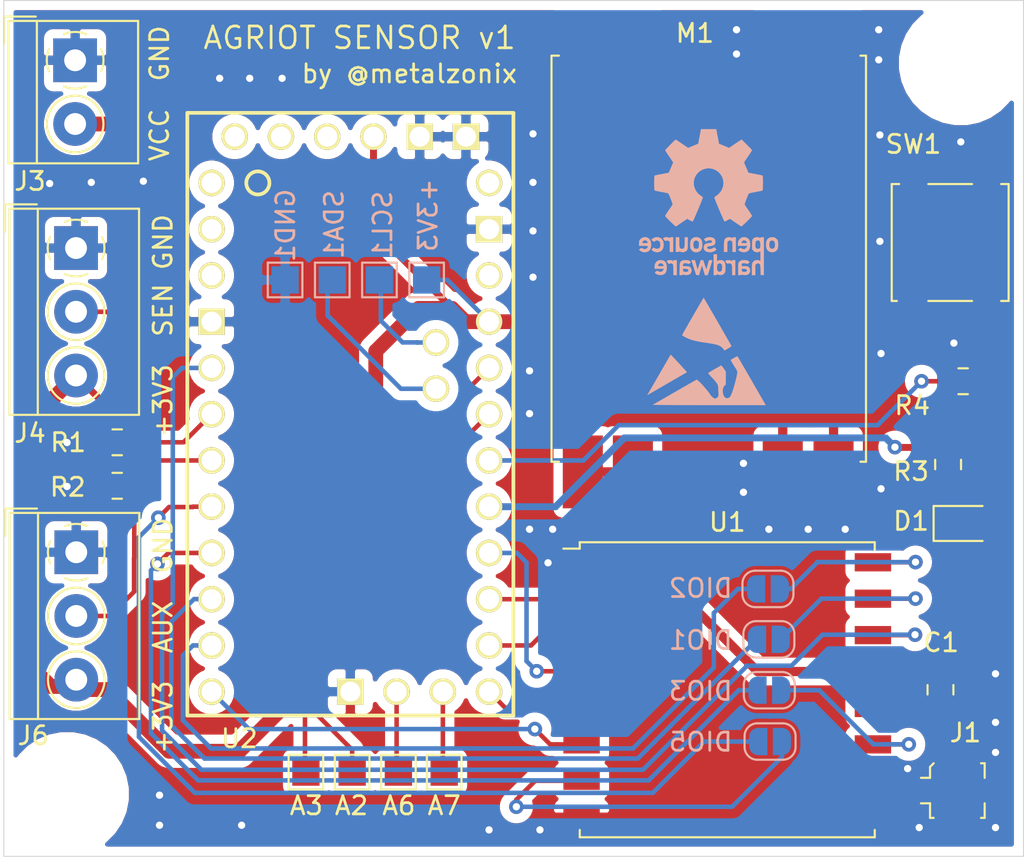
<source format=kicad_pcb>
(kicad_pcb (version 20171130) (host pcbnew 5.1.4-e60b266~84~ubuntu18.04.1)
  (layers (0 F.Cu signal) (31 B.Cu signal) (34 B.Paste user hide) (35 F.Paste user hide) (36 B.SilkS user) (37 F.SilkS user) (38 B.Mask user) (39 F.Mask user) (44 Edge.Cuts user))
  (net 0 "")
  (net 1 +3V3)
  (net 2 GND)
  (net 3 RX)
  (net 4 TX)
  (net 5 DTR)
  (net 6 "Net-(U1-Pad12)")
  (net 7 RFM95_RST)
  (net 8 RFM95_NSS)
  (net 9 SPI_SCK)
  (net 10 SPI_MOSI)
  (net 11 SPI_MISO)
  (net 12 "Net-(U2-Pad24)")
  (net 13 "Net-(U2-Pad22)")
  (net 14 "Net-(U2-Pad3)")
  (net 15 "Net-(U2-Pad2)")
  (net 16 "Net-(U2-Pad1)")
  (net 17 RFM95_DIO1)
  (net 18 RFM95_DIO5)
  (net 19 RFM95_DIO3)
  (net 20 RFM95_DIO2)
  (net 21 RFM95_DIO0)
  (net 22 "Net-(J1-Pad1)")
  (net 23 +12V)
  (net 24 SENSOR_DATA)
  (net 25 I2C_SCL)
  (net 26 I2C_SDA)
  (net 27 SENSOR_AUX)
  (net 28 SWITCH_CFG)
  (net 29 LED)
  (net 30 A2)
  (net 31 A3)
  (net 32 A6)
  (net 33 A7)
  (net 34 "Net-(D1-Pad1)")
  (net 35 "Net-(DIO1-Pad1)")
  (net 36 "Net-(DIO2-Pad1)")
  (net 37 "Net-(DIO3-Pad1)")
  (net 38 "Net-(DIO5-Pad1)")
  (module Symbol:ESD-Logo_6.6x6mm_SilkScreen (layer B.Cu) (at 124.587 48.26 180)
    (fp_text reference REF** hide)
    (fp_text value ESD-Logo_6.6x6mm_SilkScreen hide)
  )
  (module Symbol:OSHW-Logo_7.5x8mm_SilkScreen (layer B.Cu) (at 124.714 40.0685 180)
    (fp_text reference REF** hide)
    (fp_text value OSHW-Logo_7.5x8mm_SilkScreen hide)
  )
  (module MountingHole:MountingHole_3.2mm_M3 (layer F.Cu) (at 89.4715 72.5805)
    (fp_text reference H2 hide)
    (fp_text value MountingHole)
    (pad 1 np_thru_hole circle (at 0 0) (size 3.2 3.2) (drill 3.2) (layers *.Cu *.Mask))
  )
  (module MountingHole:MountingHole_3.2mm_M3 (layer F.Cu) (at 138.557 32.4485)
    (fp_text reference H1 hide)
    (fp_text value MountingHole)
    (pad 1 np_thru_hole circle (at 0 0) (size 3.2 3.2) (drill 3.2) (layers *.Cu *.Mask))
  )
  (module LED_SMD:LED_0805_2012Metric (layer F.Cu) (at 138.7475 57.7215)
    (fp_text reference D1 (at -2.921 -0.127 180) (layer F.SilkS))
    (fp_text value LED)
    (pad 2 smd roundrect (at 0.9375 0) (size 0.975 1.4) (layers F.Cu F.Paste F.Mask) (net 1 +3V3))
    (pad 1 smd roundrect (at -0.9375 0) (size 0.975 1.4) (layers F.Cu F.Paste F.Mask) (net 34 "Net-(D1-Pad1)"))
  )
  (module library:DC-DC_Buck_Step_Module (layer F.Cu) (at 133.1976 32.0294 270)
    (fp_text reference M1 (at -1.2319 9.2456 180) (layer F.SilkS))
    (fp_text value DC-DC_Buck_Step_Module)
    (pad 2 smd rect (at 22.86 15.4 270) (size 4 2.2) (layers F.Cu F.Paste F.Mask) (net 1 +3V3))
    (pad 2 smd rect (at 22.86 12.65 270) (size 4 2.2) (layers F.Cu F.Paste F.Mask) (net 1 +3V3))
    (pad 3 smd rect (at 22.86 4.42 270) (size 4 2.2) (layers F.Cu F.Paste F.Mask) (net 2 GND))
    (pad 3 smd rect (at 22.86 1.63 270) (size 4 2.2) (layers F.Cu F.Paste F.Mask) (net 2 GND))
    (pad 1 smd rect (at 0 15.4 270) (size 4 2.2) (layers F.Cu F.Paste F.Mask) (net 23 +12V))
    (pad 1 smd rect (at 0 12.65 270) (size 4 2.2) (layers F.Cu F.Paste F.Mask) (net 23 +12V))
    (pad 3 smd rect (at 0 4.42 270) (size 4 2.2) (layers F.Cu F.Paste F.Mask) (net 2 GND))
    (pad 3 smd rect (at 0 1.63 270) (size 4 2.2) (layers F.Cu F.Paste F.Mask) (net 2 GND))
  )
  (module TestPoint:TestPoint_Pad_1.5x1.5mm (layer F.Cu) (at 110.1852 71.374)
    (fp_text reference A7 (at 0 1.8415) (layer F.SilkS))
    (fp_text value GND)
    (pad 1 smd rect (at 0 0) (size 1.5 1.5) (layers F.Cu F.Mask) (net 33 A7))
  )
  (module TestPoint:TestPoint_Pad_1.5x1.5mm (layer F.Cu) (at 107.6706 71.374)
    (fp_text reference A6 (at 0.0254 1.8415) (layer F.SilkS))
    (fp_text value SDA)
    (pad 1 smd rect (at 0 0) (size 1.5 1.5) (layers F.Cu F.Mask) (net 32 A6))
  )
  (module TestPoint:TestPoint_Pad_1.5x1.5mm (layer F.Cu) (at 102.5906 71.374)
    (fp_text reference A3 (at 0.0254 1.8415) (layer F.SilkS))
    (fp_text value SCL)
    (pad 1 smd rect (at 0 0) (size 1.5 1.5) (layers F.Cu F.Mask) (net 31 A3))
  )
  (module TestPoint:TestPoint_Pad_1.5x1.5mm (layer F.Cu) (at 105.1306 71.374)
    (fp_text reference A2 (at -0.0381 1.8415) (layer F.SilkS))
    (fp_text value +3v3)
    (pad 1 smd rect (at 0 0) (size 1.5 1.5) (layers F.Cu F.Mask) (net 30 A2))
  )
  (module Resistor_SMD:R_0805_2012Metric (layer F.Cu) (at 137.8585 54.483 90)
    (fp_text reference R3 (at -0.381 -2.032 180) (layer F.SilkS))
    (fp_text value 2.2kR)
    (pad 2 smd roundrect (at 0.9375 0 90) (size 0.975 1.4) (layers F.Cu F.Paste F.Mask) (net 29 LED))
    (pad 1 smd roundrect (at -0.9375 0 90) (size 0.975 1.4) (layers F.Cu F.Paste F.Mask) (net 34 "Net-(D1-Pad1)"))
  )
  (module TestPoint:TestPoint_Pad_1.5x1.5mm (layer B.Cu) (at 101.4476 44.3484 270)
    (fp_text reference GND1 (at -2.9972 -0.0254 270) (layer B.SilkS) (effects (justify mirror)))
    (fp_text value GND)
    (pad 1 smd rect (at 0 0 270) (size 1.5 1.5) (layers B.Cu B.Mask) (net 2 GND))
  )
  (module TestPoint:TestPoint_Pad_1.5x1.5mm (layer B.Cu) (at 104.0384 44.3484 270)
    (fp_text reference SDA1 (at -3.048 -0.1016 270) (layer B.SilkS) (effects (justify mirror)))
    (fp_text value SDA)
    (pad 1 smd rect (at 0 0 270) (size 1.5 1.5) (layers B.Cu B.Mask) (net 26 I2C_SDA))
  )
  (module TestPoint:TestPoint_Pad_1.5x1.5mm (layer B.Cu) (at 106.6292 44.3484 270)
    (fp_text reference SCL1 (at -3.0226 -0.1778 270) (layer B.SilkS) (effects (justify mirror)))
    (fp_text value SCL)
    (pad 1 smd rect (at 0 0 270) (size 1.5 1.5) (layers B.Cu B.Mask) (net 25 I2C_SCL))
  )
  (module TestPoint:TestPoint_Pad_1.5x1.5mm (layer B.Cu) (at 109.22 44.3484 90)
    (fp_text reference +3V3 (at 3.556 0.0762 270) (layer B.SilkS) (effects (justify mirror)))
    (fp_text value +3v3)
    (pad 1 smd rect (at 0 0 90) (size 1.5 1.5) (layers B.Cu B.Mask) (net 1 +3V3))
  )
  (module Button_Switch_SMD:SW_Push_1P1T_NO_CK_KSC6xxJ (layer F.Cu) (at 137.9728 42.291 270)
    (fp_text reference SW1 (at -5.3975 2.0193 180) (layer F.SilkS))
    (fp_text value SW_DIP_x01)
    (pad 2 smd rect (at 2.9 2 270) (size 2.8 1) (layers F.Cu F.Paste F.Mask) (net 2 GND))
    (pad 2 smd rect (at -2.9 2 270) (size 2.8 1) (layers F.Cu F.Paste F.Mask) (net 2 GND))
    (pad 1 smd rect (at 2.9 -2 270) (size 2.8 1) (layers F.Cu F.Paste F.Mask) (net 28 SWITCH_CFG))
    (pad 1 smd rect (at -2.9 -2 270) (size 2.8 1) (layers F.Cu F.Paste F.Mask) (net 28 SWITCH_CFG))
  )
  (module Resistor_SMD:R_0805_2012Metric (layer F.Cu) (at 138.684 49.911 180)
    (fp_text reference R4 (at 2.794 -1.3335 180) (layer F.SilkS))
    (fp_text value 4.7k)
    (pad 2 smd roundrect (at 0.9375 0 180) (size 0.975 1.4) (layers F.Cu F.Paste F.Mask) (net 28 SWITCH_CFG))
    (pad 1 smd roundrect (at -0.9375 0 180) (size 0.975 1.4) (layers F.Cu F.Paste F.Mask) (net 1 +3V3))
  )
  (module TerminalBlock_4Ucon:TerminalBlock_4Ucon_1x03_P3.50mm_Horizontal (layer F.Cu) (at 89.9795 59.3015 270)
    (fp_text reference J6 (at 10.0711 2.3622 180) (layer F.SilkS))
    (fp_text value Screw_Terminal_01x03)
    (pad 3 thru_hole circle (at 7 0 270) (size 2.4 2.4) (drill 1.2) (layers *.Cu *.Mask) (net 1 +3V3))
    (pad 2 thru_hole circle (at 3.5 0 270) (size 2.4 2.4) (drill 1.2) (layers *.Cu *.Mask) (net 27 SENSOR_AUX))
    (pad 1 thru_hole rect (at 0 0 270) (size 2.4 2.4) (drill 1.2) (layers *.Cu *.Mask) (net 2 GND))
  )
  (module Resistor_SMD:R_0805_2012Metric (layer F.Cu) (at 92.2274 55.6514)
    (fp_text reference R2 (at -2.7178 0.0762 180) (layer F.SilkS))
    (fp_text value 4.7k)
    (pad 2 smd roundrect (at 0.9375 0) (size 0.975 1.4) (layers F.Cu F.Paste F.Mask) (net 27 SENSOR_AUX))
    (pad 1 smd roundrect (at -0.9375 0) (size 0.975 1.4) (layers F.Cu F.Paste F.Mask) (net 1 +3V3))
  )
  (module Resistor_SMD:R_0805_2012Metric (layer F.Cu) (at 92.2274 53.2638)
    (fp_text reference R1 (at -2.6924 0.0127) (layer F.SilkS))
    (fp_text value 4.7k)
    (pad 2 smd roundrect (at 0.9375 0) (size 0.975 1.4) (layers F.Cu F.Paste F.Mask) (net 24 SENSOR_DATA))
    (pad 1 smd roundrect (at -0.9375 0) (size 0.975 1.4) (layers F.Cu F.Paste F.Mask) (net 1 +3V3))
  )
  (module TerminalBlock_4Ucon:TerminalBlock_4Ucon_1x03_P3.50mm_Horizontal (layer F.Cu) (at 89.9668 42.5958 270)
    (fp_text reference J4 (at 10.1727 2.5273 180) (layer F.SilkS))
    (fp_text value Screw_Terminal_01x03 hide)
    (pad 3 thru_hole circle (at 7 0 270) (size 2.4 2.4) (drill 1.2) (layers *.Cu *.Mask) (net 1 +3V3))
    (pad 2 thru_hole circle (at 3.5 0 270) (size 2.4 2.4) (drill 1.2) (layers *.Cu *.Mask) (net 24 SENSOR_DATA))
    (pad 1 thru_hole rect (at 0 0 270) (size 2.4 2.4) (drill 1.2) (layers *.Cu *.Mask) (net 2 GND))
  )
  (module TerminalBlock_4Ucon:TerminalBlock_4Ucon_1x02_P3.50mm_Horizontal (layer F.Cu) (at 89.916 32.2834 270)
    (fp_text reference J3 (at 6.6421 2.4765 180) (layer F.SilkS))
    (fp_text value Screw_Terminal_01x02 hide)
    (pad 2 thru_hole circle (at 3.5 0 270) (size 2.4 2.4) (drill 1.2) (layers *.Cu *.Mask) (net 23 +12V))
    (pad 1 thru_hole rect (at 0 0 270) (size 2.4 2.4) (drill 1.2) (layers *.Cu *.Mask) (net 2 GND))
  )
  (module arduino_shields:ARDUINO_Pro-MiniALLB_Aliexpress (layer F.Cu) (at 105.0317 51.7198)
    (fp_text reference U2 (at -6.0987 17.8127 180) (layer F.SilkS))
    (fp_text value ARDUINO_Pro-MiniALL hide)
    (pad 25 thru_hole rect (at 0 15.24) (size 1.45 1.45) (drill 1.1) (layers *.Cu *.Mask F.SilkS) (net 2 GND))
    (pad PRG6 thru_hole rect (at 6.35 -15.24) (size 1.45 1.45) (drill 1.1) (layers *.Cu *.Mask F.SilkS) (net 2 GND))
    (pad PRG5 thru_hole rect (at 3.81 -15.24) (size 1.45 1.45) (drill 1.1) (layers *.Cu *.Mask F.SilkS) (net 2 GND))
    (pad PRG4 thru_hole circle (at 1.27 -15.24) (size 1.45 1.45) (drill 1.1) (layers *.Cu *.Mask F.SilkS) (net 1 +3V3))
    (pad PRG3 thru_hole circle (at -1.27 -15.24) (size 1.45 1.45) (drill 1.1) (layers *.Cu *.Mask F.SilkS) (net 3 RX))
    (pad PRG2 thru_hole circle (at -3.81 -15.24) (size 1.45 1.45) (drill 1.1) (layers *.Cu *.Mask F.SilkS) (net 4 TX))
    (pad PRG1 thru_hole circle (at -6.35 -15.24) (size 1.45 1.45) (drill 1.1) (layers *.Cu *.Mask F.SilkS) (net 5 DTR))
    (pad A7 thru_hole circle (at 5.08 15.24) (size 1.45 1.45) (drill 1.1) (layers *.Cu *.Mask F.SilkS) (net 33 A7))
    (pad A6 thru_hole circle (at 2.54 15.24) (size 1.45 1.45) (drill 1.1) (layers *.Cu *.Mask F.SilkS) (net 32 A6))
    (pad A5 thru_hole circle (at 4.699 -3.937) (size 1.45 1.45) (drill 1.1) (layers *.Cu *.Mask F.SilkS) (net 25 I2C_SCL))
    (pad A4 thru_hole circle (at 4.699 -1.397) (size 1.45 1.45) (drill 1.1) (layers *.Cu *.Mask F.SilkS) (net 26 I2C_SDA))
    (pad 24 thru_hole circle (at 7.62 -12.7) (size 1.45 1.45) (drill 1.1) (layers *.Cu *.Mask F.SilkS) (net 12 "Net-(U2-Pad24)"))
    (pad 23 thru_hole rect (at 7.62 -10.16) (size 1.45 1.45) (drill 1.1) (layers *.Cu *.Mask F.SilkS) (net 2 GND))
    (pad 22 thru_hole circle (at 7.62 -7.62) (size 1.45 1.45) (drill 1.1) (layers *.Cu *.Mask F.SilkS) (net 13 "Net-(U2-Pad22)"))
    (pad 21 thru_hole circle (at 7.62 -5.08) (size 1.45 1.45) (drill 1.1) (layers *.Cu *.Mask F.SilkS) (net 1 +3V3))
    (pad 20 thru_hole circle (at 7.62 -2.54) (size 1.45 1.45) (drill 1.1) (layers *.Cu *.Mask F.SilkS) (net 31 A3))
    (pad 19 thru_hole circle (at 7.62 0) (size 1.45 1.45) (drill 1.1) (layers *.Cu *.Mask F.SilkS) (net 30 A2))
    (pad 18 thru_hole circle (at 7.62 2.54) (size 1.45 1.45) (drill 1.1) (layers *.Cu *.Mask F.SilkS) (net 28 SWITCH_CFG))
    (pad 17 thru_hole circle (at 7.62 5.08) (size 1.45 1.45) (drill 1.1) (layers *.Cu *.Mask F.SilkS) (net 29 LED))
    (pad 16 thru_hole circle (at 7.62 7.62) (size 1.45 1.45) (drill 1.1) (layers *.Cu *.Mask F.SilkS) (net 9 SPI_SCK))
    (pad 15 thru_hole circle (at 7.62 10.16) (size 1.45 1.45) (drill 1.1) (layers *.Cu *.Mask F.SilkS) (net 11 SPI_MISO))
    (pad 14 thru_hole circle (at 7.62 12.7) (size 1.45 1.45) (drill 1.1) (layers *.Cu *.Mask F.SilkS) (net 10 SPI_MOSI))
    (pad 13 thru_hole circle (at 7.62 15.24) (size 1.45 1.45) (drill 1.1) (layers *.Cu *.Mask F.SilkS) (net 8 RFM95_NSS))
    (pad 12 thru_hole circle (at -7.62 15.24) (size 1.45 1.45) (drill 1.1) (layers *.Cu *.Mask F.SilkS) (net 7 RFM95_RST))
    (pad 11 thru_hole circle (at -7.62 12.7) (size 1.45 1.45) (drill 1.1) (layers *.Cu *.Mask F.SilkS) (net 20 RFM95_DIO2))
    (pad 10 thru_hole circle (at -7.62 10.16) (size 1.45 1.45) (drill 1.1) (layers *.Cu *.Mask F.SilkS) (net 17 RFM95_DIO1))
    (pad 9 thru_hole circle (at -7.62 7.62) (size 1.45 1.45) (drill 1.1) (layers *.Cu *.Mask F.SilkS) (net 19 RFM95_DIO3))
    (pad 8 thru_hole circle (at -7.62 5.08) (size 1.45 1.45) (drill 1.1) (layers *.Cu *.Mask F.SilkS) (net 18 RFM95_DIO5))
    (pad 7 thru_hole circle (at -7.62 2.54) (size 1.45 1.45) (drill 1.1) (layers *.Cu *.Mask F.SilkS) (net 27 SENSOR_AUX))
    (pad 6 thru_hole circle (at -7.62 0) (size 1.45 1.45) (drill 1.1) (layers *.Cu *.Mask F.SilkS) (net 24 SENSOR_DATA))
    (pad 5 thru_hole circle (at -7.62 -2.54) (size 1.45 1.45) (drill 1.1) (layers *.Cu *.Mask F.SilkS) (net 21 RFM95_DIO0))
    (pad 4 thru_hole rect (at -7.62 -5.08) (size 1.45 1.45) (drill 1.1) (layers *.Cu *.Mask F.SilkS) (net 2 GND))
    (pad 3 thru_hole circle (at -7.62 -7.62) (size 1.45 1.45) (drill 1.1) (layers *.Cu *.Mask F.SilkS) (net 14 "Net-(U2-Pad3)"))
    (pad 2 thru_hole circle (at -7.62 -10.16) (size 1.45 1.45) (drill 1.1) (layers *.Cu *.Mask F.SilkS) (net 15 "Net-(U2-Pad2)"))
    (pad 1 thru_hole circle (at -7.62 -12.7) (size 1.45 1.45) (drill 1.1) (layers *.Cu *.Mask F.SilkS) (net 16 "Net-(U2-Pad1)"))
  )
  (module Jumper:SolderJumper-2_P1.3mm_Open_RoundedPad1.0x1.5mm (layer B.Cu) (at 127.9652 61.3156 180)
    (fp_text reference DIO2 (at 3.6957 0.0381) (layer B.SilkS) (effects (justify mirror)))
    (fp_text value SolderJumper_2_Open hide)
    (pad 2 smd custom (at 0.65 0 180) (size 1 0.5) (layers B.Cu B.Mask) (net 20 RFM95_DIO2) (options (clearance outline) (anchor rect)) (primitives (gr_circle (center 0 -0.25) (end 0.5 -0.25) (width 0)) (gr_circle (center 0 0.25) (end 0.5 0.25) (width 0)) (gr_poly (pts (xy 0 0.75) (xy -0.5 0.75) (xy -0.5 -0.75) (xy 0 -0.75)) (width 0))))
    (pad 1 smd custom (at -0.65 0 180) (size 1 0.5) (layers B.Cu B.Mask) (net 36 "Net-(DIO2-Pad1)") (options (clearance outline) (anchor rect)) (primitives (gr_circle (center 0 -0.25) (end 0.5 -0.25) (width 0)) (gr_circle (center 0 0.25) (end 0.5 0.25) (width 0)) (gr_poly (pts (xy 0 0.75) (xy 0.5 0.75) (xy 0.5 -0.75) (xy 0 -0.75)) (width 0))))
  )
  (module Jumper:SolderJumper-2_P1.3mm_Open_RoundedPad1.0x1.5mm (layer B.Cu) (at 128.0414 66.8782 180)
    (fp_text reference DIO3 (at 3.7719 -0.0508) (layer B.SilkS) (effects (justify mirror)))
    (fp_text value SolderJumper_2_Open hide)
    (pad 2 smd custom (at 0.65 0 180) (size 1 0.5) (layers B.Cu B.Mask) (net 19 RFM95_DIO3) (options (clearance outline) (anchor rect)) (primitives (gr_circle (center 0 -0.25) (end 0.5 -0.25) (width 0)) (gr_circle (center 0 0.25) (end 0.5 0.25) (width 0)) (gr_poly (pts (xy 0 0.75) (xy -0.5 0.75) (xy -0.5 -0.75) (xy 0 -0.75)) (width 0))))
    (pad 1 smd custom (at -0.65 0 180) (size 1 0.5) (layers B.Cu B.Mask) (net 37 "Net-(DIO3-Pad1)") (options (clearance outline) (anchor rect)) (primitives (gr_circle (center 0 -0.25) (end 0.5 -0.25) (width 0)) (gr_circle (center 0 0.25) (end 0.5 0.25) (width 0)) (gr_poly (pts (xy 0 0.75) (xy 0.5 0.75) (xy 0.5 -0.75) (xy 0 -0.75)) (width 0))))
  )
  (module Jumper:SolderJumper-2_P1.3mm_Open_RoundedPad1.0x1.5mm (layer B.Cu) (at 128.0818 69.6976 180)
    (fp_text reference DIO5 (at 3.8123 -0.0254) (layer B.SilkS) (effects (justify mirror)))
    (fp_text value SolderJumper_2_Open hide)
    (pad 2 smd custom (at 0.65 0 180) (size 1 0.5) (layers B.Cu B.Mask) (net 18 RFM95_DIO5) (options (clearance outline) (anchor rect)) (primitives (gr_circle (center 0 -0.25) (end 0.5 -0.25) (width 0)) (gr_circle (center 0 0.25) (end 0.5 0.25) (width 0)) (gr_poly (pts (xy 0 0.75) (xy -0.5 0.75) (xy -0.5 -0.75) (xy 0 -0.75)) (width 0))))
    (pad 1 smd custom (at -0.65 0 180) (size 1 0.5) (layers B.Cu B.Mask) (net 38 "Net-(DIO5-Pad1)") (options (clearance outline) (anchor rect)) (primitives (gr_circle (center 0 -0.25) (end 0.5 -0.25) (width 0)) (gr_circle (center 0 0.25) (end 0.5 0.25) (width 0)) (gr_poly (pts (xy 0 0.75) (xy 0.5 0.75) (xy 0.5 -0.75) (xy 0 -0.75)) (width 0))))
  )
  (module Connector_Coaxial:U.FL_Molex_MCRF_73412-0110_Vertical (layer F.Cu) (at 138.3665 72.39 270)
    (fp_text reference J1 (at -3.175 -0.4445 180) (layer F.SilkS))
    (fp_text value Conn_Coaxial hide)
    (pad 1 smd rect (at 0 1.5 270) (size 1 1) (layers F.Cu F.Paste F.Mask) (net 22 "Net-(J1-Pad1)"))
    (pad 2 smd rect (at 0 -1.5 270) (size 1 1) (layers F.Cu F.Paste F.Mask) (net 2 GND))
    (pad 2 smd rect (at 1.475 0 270) (size 1.05 2.2) (layers F.Cu F.Paste F.Mask) (net 2 GND))
    (pad 2 smd rect (at -1.475 0 270) (size 1.05 2.2) (layers F.Cu F.Paste F.Mask) (net 2 GND))
  )
  (module RF_Module:HOPERF_RFM9XW_SMD (layer F.Cu) (at 125.73 66.8528)
    (fp_text reference U1 (at 0 -9.2) (layer F.SilkS))
    (fp_text value RFM95W-868S2)
    (pad 16 smd rect (at 8 -7) (size 2 1) (layers F.Cu F.Paste F.Mask) (net 36 "Net-(DIO2-Pad1)"))
    (pad 15 smd rect (at 8 -5) (size 2 1) (layers F.Cu F.Paste F.Mask) (net 35 "Net-(DIO1-Pad1)"))
    (pad 14 smd rect (at 8 -3) (size 2 1) (layers F.Cu F.Paste F.Mask) (net 21 RFM95_DIO0))
    (pad 13 smd rect (at 8 -1) (size 2 1) (layers F.Cu F.Paste F.Mask) (net 1 +3V3))
    (pad 12 smd rect (at 8 1) (size 2 1) (layers F.Cu F.Paste F.Mask) (net 6 "Net-(U1-Pad12)"))
    (pad 11 smd rect (at 8 3) (size 2 1) (layers F.Cu F.Paste F.Mask) (net 37 "Net-(DIO3-Pad1)"))
    (pad 10 smd rect (at 8 5) (size 2 1) (layers F.Cu F.Paste F.Mask) (net 2 GND))
    (pad 9 smd rect (at 8 7) (size 2 1) (layers F.Cu F.Paste F.Mask) (net 22 "Net-(J1-Pad1)"))
    (pad 8 smd rect (at -8 7) (size 2 1) (layers F.Cu F.Paste F.Mask) (net 2 GND))
    (pad 7 smd rect (at -8 5) (size 2 1) (layers F.Cu F.Paste F.Mask) (net 38 "Net-(DIO5-Pad1)"))
    (pad 6 smd rect (at -8 3) (size 2 1) (layers F.Cu F.Paste F.Mask) (net 7 RFM95_RST))
    (pad 5 smd rect (at -8 1) (size 2 1) (layers F.Cu F.Paste F.Mask) (net 8 RFM95_NSS))
    (pad 4 smd rect (at -8 -1) (size 2 1) (layers F.Cu F.Paste F.Mask) (net 9 SPI_SCK))
    (pad 3 smd rect (at -8 -3) (size 2 1) (layers F.Cu F.Paste F.Mask) (net 10 SPI_MOSI))
    (pad 2 smd rect (at -8 -5) (size 2 1) (layers F.Cu F.Paste F.Mask) (net 11 SPI_MISO))
    (pad 1 smd rect (at -8 -7) (size 2 1) (layers F.Cu F.Paste F.Mask) (net 2 GND))
  )
  (module Jumper:SolderJumper-2_P1.3mm_Open_RoundedPad1.0x1.5mm (layer B.Cu) (at 128.016 64.0842 180)
    (fp_text reference DIO1 (at 3.7465 -0.0508) (layer B.SilkS) (effects (justify mirror)))
    (fp_text value SolderJumper_2_Open hide)
    (pad 2 smd custom (at 0.65 0 180) (size 1 0.5) (layers B.Cu B.Mask) (net 17 RFM95_DIO1) (options (clearance outline) (anchor rect)) (primitives (gr_circle (center 0 -0.25) (end 0.5 -0.25) (width 0)) (gr_circle (center 0 0.25) (end 0.5 0.25) (width 0)) (gr_poly (pts (xy 0 0.75) (xy -0.5 0.75) (xy -0.5 -0.75) (xy 0 -0.75)) (width 0))))
    (pad 1 smd custom (at -0.65 0 180) (size 1 0.5) (layers B.Cu B.Mask) (net 35 "Net-(DIO1-Pad1)") (options (clearance outline) (anchor rect)) (primitives (gr_circle (center 0 -0.25) (end 0.5 -0.25) (width 0)) (gr_circle (center 0 0.25) (end 0.5 0.25) (width 0)) (gr_poly (pts (xy 0 0.75) (xy 0.5 0.75) (xy 0.5 -0.75) (xy 0 -0.75)) (width 0))))
  )
  (module Capacitor_SMD:C_0805_2012Metric (layer F.Cu) (at 137.4394 66.8528 90)
    (fp_text reference C1 (at 2.5908 0.0381 180) (layer F.SilkS))
    (fp_text value 4.7uF/6.3v)
    (pad 2 smd roundrect (at 0.9375 0 90) (size 0.975 1.4) (layers F.Cu F.Paste F.Mask) (net 1 +3V3))
    (pad 1 smd roundrect (at -0.9375 0 90) (size 0.975 1.4) (layers F.Cu F.Paste F.Mask) (net 2 GND))
  )
  (gr_text "by @metalzonix" (at 108.2675 33.02) (layer F.SilkS) (effects (font (size 1 1))))
  (gr_text "AGRIOT SENSOR v1" (at 105.537 31.0515) (layer F.SilkS) (effects (font (size 1.2 1.2))))
  (gr_text "+3V3  AUX  GND" (at 94.742 63.881 90) (layer F.SilkS) (effects (font (size 1 1))))
  (gr_text "+3V3  SEN GND" (at 94.742 46.863 90) (layer F.SilkS) (effects (font (size 1 1))))
  (gr_text "VCC  GND" (at 94.5515 34.0995 90) (layer F.SilkS) (effects (font (size 1 1))))
  (gr_line (start 86 29) (end 86 76) (layer Edge.Cuts) (width 0.05))
  (gr_line (start 86 29) (end 142 29) (layer Edge.Cuts) (width 0.05))
  (gr_line (start 142 29) (end 142 76) (layer Edge.Cuts) (width 0.05))
  (gr_line (start 86 76) (end 142 76) (layer Edge.Cuts) (width 0.05))
  (segment (start 110.3603 44.3484) (end 109.6264 44.3484) (width 0.25) (layer B.Cu) (net 1))
  (segment (start 112.6517 46.6398) (end 110.3603 44.3484) (width 0.25) (layer B.Cu) (net 1))
  (segment (start 106.3244 36.4571) (end 106.3017 36.4798) (width 0.25) (layer F.Cu) (net 1))
  (segment (start 120.5476 59.0034) (end 120.5476 54.8894) (width 0.508) (layer F.Cu) (net 1))
  (segment (start 120.5476 54.8894) (end 117.7976 54.8894) (width 0.508) (layer F.Cu) (net 1))
  (segment (start 101.346 67.818) (end 98.933 70.231) (width 0.8128) (layer F.Cu) (net 1))
  (segment (start 112.6517 46.6398) (end 115.6643 46.6398) (width 0.8128) (layer F.Cu) (net 1))
  (segment (start 117.7976 48.7731) (end 117.7976 54.8894) (width 0.8128) (layer F.Cu) (net 1))
  (segment (start 115.6643 46.6398) (end 117.7976 48.7731) (width 0.8128) (layer F.Cu) (net 1))
  (segment (start 89.8248 66.675) (end 89.9922 66.8424) (width 0.8128) (layer F.Cu) (net 1))
  (segment (start 88.5825 66.675) (end 89.8248 66.675) (width 0.8128) (layer F.Cu) (net 1))
  (segment (start 87.3125 65.405) (end 88.5825 66.675) (width 0.8128) (layer F.Cu) (net 1))
  (segment (start 89.9668 49.5958) (end 87.3125 52.2501) (width 0.8128) (layer F.Cu) (net 1))
  (segment (start 87.3125 52.2501) (end 87.3125 65.405) (width 0.8128) (layer F.Cu) (net 1))
  (segment (start 101.346 59.055) (end 101.346 67.818) (width 0.8128) (layer F.Cu) (net 1))
  (segment (start 106.426 48.26) (end 106.426 53.975) (width 0.8128) (layer F.Cu) (net 1))
  (segment (start 112.6517 46.6398) (end 111.3463 46.6398) (width 0.8128) (layer F.Cu) (net 1))
  (segment (start 106.426 53.975) (end 101.346 59.055) (width 0.8128) (layer F.Cu) (net 1))
  (segment (start 110.617 45.9105) (end 108.7755 45.9105) (width 0.8128) (layer F.Cu) (net 1))
  (segment (start 111.3463 46.6398) (end 110.617 45.9105) (width 0.8128) (layer F.Cu) (net 1))
  (segment (start 108.7755 45.9105) (end 106.426 48.26) (width 0.8128) (layer F.Cu) (net 1))
  (segment (start 133.73 65.8528) (end 127.397 65.8528) (width 0.508) (layer F.Cu) (net 1))
  (segment (start 127.397 65.8528) (end 120.5476 59.0034) (width 0.508) (layer F.Cu) (net 1))
  (segment (start 91.2899 55.6514) (end 91.2899 53.2638) (width 0.381) (layer F.Cu) (net 1))
  (segment (start 91.2899 50.9189) (end 89.9668 49.5958) (width 0.381) (layer F.Cu) (net 1))
  (segment (start 91.2899 53.2638) (end 91.2899 50.9189) (width 0.381) (layer F.Cu) (net 1))
  (segment (start 137.3769 65.8528) (end 137.4394 65.9153) (width 0.381) (layer F.Cu) (net 1))
  (segment (start 133.73 65.8528) (end 137.3769 65.8528) (width 0.381) (layer F.Cu) (net 1))
  (segment (start 139.685 63.642) (end 139.685 49.9745) (width 0.381) (layer F.Cu) (net 1))
  (segment (start 139.685 49.9745) (end 139.6215 49.911) (width 0.381) (layer F.Cu) (net 1))
  (segment (start 137.4394 65.9153) (end 138.4935 64.8612) (width 0.381) (layer F.Cu) (net 1))
  (segment (start 138.4935 64.8335) (end 139.685 63.642) (width 0.381) (layer F.Cu) (net 1))
  (segment (start 138.4935 64.8612) (end 138.4935 64.8335) (width 0.381) (layer F.Cu) (net 1))
  (segment (start 106.3017 41.5952) (end 111.3463 46.6398) (width 0.381) (layer F.Cu) (net 1))
  (segment (start 106.3017 36.4798) (end 106.3017 41.5952) (width 0.381) (layer F.Cu) (net 1))
  (segment (start 95.077856 70.231) (end 98.933 70.231) (width 0.8128) (layer F.Cu) (net 1))
  (segment (start 91.689256 66.8424) (end 95.077856 70.231) (width 0.8128) (layer F.Cu) (net 1))
  (segment (start 89.9922 66.8424) (end 91.689256 66.8424) (width 0.8128) (layer F.Cu) (net 1))
  (segment (start 111.4044 36.4571) (end 111.3817 36.4798) (width 0.25) (layer F.Cu) (net 2))
  (segment (start 108.8644 36.4571) (end 108.8417 36.4798) (width 0.25) (layer F.Cu) (net 2))
  (via (at 136.271 74.422) (size 0.8) (drill 0.4) (layers F.Cu B.Cu) (net 2))
  (via (at 140.462 70.2945) (size 0.8) (drill 0.4) (layers F.Cu B.Cu) (net 2))
  (via (at 140.462 65.9765) (size 0.8) (drill 0.4) (layers F.Cu B.Cu) (net 2))
  (via (at 128.016 58.039) (size 0.8) (drill 0.4) (layers F.Cu B.Cu) (net 2))
  (via (at 130.175 58.039) (size 0.8) (drill 0.4) (layers F.Cu B.Cu) (net 2))
  (via (at 132.207 58.039) (size 0.8) (drill 0.4) (layers F.Cu B.Cu) (net 2))
  (via (at 134.1755 55.8165) (size 0.8) (drill 0.4) (layers F.Cu B.Cu) (net 2))
  (via (at 89.4715 53.2765) (size 0.8) (drill 0.4) (layers F.Cu B.Cu) (net 2))
  (via (at 89.4715 55.6895) (size 0.8) (drill 0.4) (layers F.Cu B.Cu) (net 2))
  (via (at 126.238 30.607) (size 0.8) (drill 0.4) (layers F.Cu B.Cu) (net 2))
  (via (at 134.1755 48.387) (size 0.8) (drill 0.4) (layers F.Cu B.Cu) (net 2))
  (via (at 134.112 42.2275) (size 0.8) (drill 0.4) (layers F.Cu B.Cu) (net 2))
  (via (at 134.112 36.3855) (size 0.8) (drill 0.4) (layers F.Cu B.Cu) (net 2))
  (via (at 115.062 41.656) (size 0.8) (drill 0.4) (layers F.Cu B.Cu) (net 2))
  (via (at 115.062 44.196) (size 0.8) (drill 0.4) (layers F.Cu B.Cu) (net 2))
  (via (at 115.062 38.989) (size 0.8) (drill 0.4) (layers F.Cu B.Cu) (net 2))
  (via (at 114.8715 49.3395) (size 0.8) (drill 0.4) (layers F.Cu B.Cu) (net 2))
  (via (at 114.8715 51.689) (size 0.8) (drill 0.4) (layers F.Cu B.Cu) (net 2))
  (via (at 115.062 36.322) (size 0.8) (drill 0.4) (layers F.Cu B.Cu) (net 2))
  (via (at 135.636 71.1835) (size 0.8) (drill 0.4) (layers F.Cu B.Cu) (net 2))
  (via (at 115.443 74.549) (size 0.8) (drill 0.4) (layers F.Cu B.Cu) (net 2))
  (via (at 112.649 74.549) (size 0.8) (drill 0.4) (layers F.Cu B.Cu) (net 2))
  (via (at 114.8715 58.039) (size 0.8) (drill 0.4) (layers F.Cu B.Cu) (net 2))
  (via (at 116.1415 58.039) (size 0.8) (drill 0.4) (layers F.Cu B.Cu) (net 2))
  (via (at 88.519 39.0525) (size 0.8) (drill 0.4) (layers F.Cu B.Cu) (net 2))
  (via (at 90.805 38.989) (size 0.8) (drill 0.4) (layers F.Cu B.Cu) (net 2))
  (via (at 93.6625 38.9255) (size 0.8) (drill 0.4) (layers F.Cu B.Cu) (net 2))
  (via (at 126.238 31.9405) (size 0.8) (drill 0.4) (layers F.Cu B.Cu) (net 2))
  (via (at 134.0485 30.607) (size 0.8) (drill 0.4) (layers F.Cu B.Cu) (net 2))
  (via (at 134.0485 32.258) (size 0.8) (drill 0.4) (layers F.Cu B.Cu) (net 2))
  (via (at 140.462 74.422) (size 0.8) (drill 0.4) (layers F.Cu B.Cu) (net 2))
  (via (at 140.462 68.6435) (size 0.8) (drill 0.4) (layers F.Cu B.Cu) (net 2))
  (via (at 94.5515 72.644) (size 0.8) (drill 0.4) (layers F.Cu B.Cu) (net 2))
  (via (at 94.5515 74.295) (size 0.8) (drill 0.4) (layers F.Cu B.Cu) (net 2))
  (via (at 99.06 74.295) (size 0.8) (drill 0.4) (layers F.Cu B.Cu) (net 2))
  (via (at 138.557 36.7665) (size 0.8) (drill 0.4) (layers F.Cu B.Cu) (net 2))
  (via (at 138.176 47.8155) (size 0.8) (drill 0.4) (layers F.Cu B.Cu) (net 2))
  (via (at 97.8535 33.274) (size 0.8) (drill 0.4) (layers F.Cu B.Cu) (net 2))
  (via (at 99.5045 33.274) (size 0.8) (drill 0.4) (layers F.Cu B.Cu) (net 2))
  (via (at 101.2825 33.274) (size 0.8) (drill 0.4) (layers F.Cu B.Cu) (net 2))
  (via (at 126.619 54.4195) (size 0.8) (drill 0.4) (layers F.Cu B.Cu) (net 2))
  (via (at 126.619 56.007) (size 0.8) (drill 0.4) (layers F.Cu B.Cu) (net 2))
  (via (at 115.8875 59.8805) (size 0.8) (drill 0.4) (layers F.Cu B.Cu) (net 2))
  (segment (start 103.7844 36.4571) (end 103.7617 36.4798) (width 0.25) (layer F.Cu) (net 3))
  (segment (start 101.2444 36.4571) (end 101.2217 36.4798) (width 0.25) (layer F.Cu) (net 4))
  (segment (start 98.7044 36.4571) (end 98.6817 36.4798) (width 0.25) (layer F.Cu) (net 5))
  (via (at 114.1476 73.279) (size 0.8) (drill 0.4) (layers F.Cu B.Cu) (net 38))
  (segment (start 114.713285 73.279) (end 114.1476 73.279) (width 0.25) (layer B.Cu) (net 38))
  (segment (start 116.48 71.8528) (end 117.73 71.8528) (width 0.25) (layer F.Cu) (net 38))
  (segment (start 115.185915 71.8528) (end 116.48 71.8528) (width 0.25) (layer F.Cu) (net 38))
  (segment (start 114.1476 72.891115) (end 115.185915 71.8528) (width 0.25) (layer F.Cu) (net 38))
  (segment (start 114.1476 73.4568) (end 114.1476 72.891115) (width 0.25) (layer F.Cu) (net 38))
  (segment (start 114.7445 73.279) (end 125.997992 73.279) (width 0.25) (layer B.Cu) (net 38))
  (segment (start 128.7318 70.545192) (end 128.7318 69.6976) (width 0.25) (layer B.Cu) (net 38))
  (segment (start 125.997992 73.279) (end 128.7318 70.545192) (width 0.25) (layer B.Cu) (net 38))
  (via (at 115.1636 69.0118) (size 0.8) (drill 0.4) (layers F.Cu B.Cu) (net 7))
  (segment (start 116.0046 69.8528) (end 117.73 69.8528) (width 0.25) (layer F.Cu) (net 7))
  (segment (start 115.2144 69.0626) (end 116.0046 69.8528) (width 0.25) (layer F.Cu) (net 7))
  (segment (start 99.4637 69.0118) (end 115.1636 69.0118) (width 0.25) (layer B.Cu) (net 7))
  (segment (start 97.4117 66.9598) (end 99.4637 69.0118) (width 0.25) (layer B.Cu) (net 7))
  (segment (start 113.5447 67.8528) (end 117.73 67.8528) (width 0.25) (layer F.Cu) (net 8))
  (segment (start 112.6517 66.9598) (end 113.5447 67.8528) (width 0.25) (layer F.Cu) (net 8))
  (via (at 115.2652 65.8368) (size 0.8) (drill 0.4) (layers F.Cu B.Cu) (net 9))
  (segment (start 117.714 65.8368) (end 117.73 65.8528) (width 0.25) (layer F.Cu) (net 9))
  (segment (start 115.2652 65.8368) (end 117.714 65.8368) (width 0.25) (layer F.Cu) (net 9))
  (segment (start 114.7064 65.278) (end 115.2652 65.8368) (width 0.25) (layer B.Cu) (net 9))
  (segment (start 114.7064 59.8678) (end 114.7064 65.278) (width 0.25) (layer B.Cu) (net 9))
  (segment (start 112.6517 59.3398) (end 114.1784 59.3398) (width 0.25) (layer B.Cu) (net 9))
  (segment (start 114.1784 59.3398) (end 114.7064 59.8678) (width 0.25) (layer B.Cu) (net 9))
  (segment (start 112.6517 64.4198) (end 114.955 64.4198) (width 0.25) (layer F.Cu) (net 10))
  (segment (start 115.522 63.8528) (end 117.73 63.8528) (width 0.25) (layer F.Cu) (net 10))
  (segment (start 114.955 64.4198) (end 115.522 63.8528) (width 0.25) (layer F.Cu) (net 10))
  (segment (start 117.6522 61.9306) (end 117.73 61.8528) (width 0.25) (layer F.Cu) (net 11))
  (segment (start 117.703 61.8798) (end 117.73 61.8528) (width 0.25) (layer F.Cu) (net 11))
  (segment (start 112.6517 61.8798) (end 117.703 61.8798) (width 0.25) (layer F.Cu) (net 11))
  (segment (start 120.819411 70.630789) (end 127.366 64.0842) (width 0.25) (layer B.Cu) (net 17))
  (segment (start 97.4063 61.8744) (end 96.4438 61.8744) (width 0.25) (layer B.Cu) (net 17))
  (segment (start 97.4117 61.8798) (end 97.4063 61.8744) (width 0.25) (layer B.Cu) (net 17))
  (segment (start 96.4438 61.8744) (end 95.1992 63.119) (width 0.25) (layer B.Cu) (net 17))
  (segment (start 95.1992 68.8086) (end 97.021389 70.630789) (width 0.25) (layer B.Cu) (net 17))
  (segment (start 95.1992 63.119) (end 95.1992 68.8086) (width 0.25) (layer B.Cu) (net 17))
  (segment (start 97.021389 70.630789) (end 120.819411 70.630789) (width 0.25) (layer B.Cu) (net 17))
  (segment (start 127.4318 69.6976) (end 124.46 69.6976) (width 0.25) (layer B.Cu) (net 18))
  (segment (start 96.386396 56.7998) (end 96.366396 56.8198) (width 0.25) (layer F.Cu) (net 18))
  (segment (start 97.4117 56.7998) (end 96.386396 56.7998) (width 0.25) (layer F.Cu) (net 18))
  (segment (start 96.366396 56.8198) (end 95.0722 56.8198) (width 0.25) (layer F.Cu) (net 18))
  (segment (start 95.0722 56.8198) (end 94.488 57.404) (width 0.25) (layer F.Cu) (net 18))
  (segment (start 94.488 57.404) (end 94.488 57.404) (width 0.25) (layer F.Cu) (net 18))
  (via (at 94.488 57.404) (size 0.8) (drill 0.4) (layers F.Cu B.Cu) (net 18))
  (segment (start 93.4212 58.4708) (end 94.488 57.404) (width 0.25) (layer B.Cu) (net 18))
  (segment (start 93.4212 69.4436) (end 93.4212 58.4708) (width 0.25) (layer B.Cu) (net 18))
  (segment (start 121.6406 72.517) (end 96.4946 72.517) (width 0.25) (layer B.Cu) (net 18))
  (segment (start 96.4946 72.517) (end 93.4212 69.4436) (width 0.25) (layer B.Cu) (net 18))
  (segment (start 121.6406 72.517) (end 124.46 69.6976) (width 0.25) (layer B.Cu) (net 18))
  (via (at 135.6995 69.85) (size 0.8) (drill 0.4) (layers F.Cu B.Cu) (net 37))
  (segment (start 128.6914 66.8782) (end 130.7846 66.8782) (width 0.25) (layer B.Cu) (net 37))
  (segment (start 130.7846 66.8782) (end 133.7564 69.85) (width 0.25) (layer B.Cu) (net 37))
  (segment (start 97.4117 59.3398) (end 95.0414 59.3398) (width 0.25) (layer F.Cu) (net 19))
  (segment (start 95.0414 59.3398) (end 94.4372 59.944) (width 0.25) (layer F.Cu) (net 19))
  (segment (start 94.4372 59.944) (end 94.4372 59.944) (width 0.25) (layer F.Cu) (net 19))
  (via (at 94.4372 59.944) (size 0.8) (drill 0.4) (layers F.Cu B.Cu) (net 19))
  (segment (start 94.0816 60.2996) (end 94.4372 59.944) (width 0.25) (layer B.Cu) (net 19))
  (segment (start 94.0816 69.2404) (end 94.0816 60.2996) (width 0.25) (layer B.Cu) (net 19))
  (segment (start 96.6724 71.8312) (end 94.0816 69.2404) (width 0.25) (layer B.Cu) (net 19))
  (segment (start 121.412 71.8312) (end 96.6724 71.8312) (width 0.25) (layer B.Cu) (net 19))
  (segment (start 127.3914 66.8782) (end 126.365 66.8782) (width 0.25) (layer B.Cu) (net 19))
  (segment (start 126.365 66.8782) (end 121.412 71.8312) (width 0.25) (layer B.Cu) (net 19))
  (via (at 136.0678 59.8424) (size 0.8) (drill 0.4) (layers F.Cu B.Cu) (net 36))
  (segment (start 133.7404 59.8424) (end 133.73 59.8528) (width 0.25) (layer F.Cu) (net 36))
  (segment (start 136.0574 59.8528) (end 136.0678 59.8424) (width 0.25) (layer F.Cu) (net 36))
  (segment (start 133.73 59.8528) (end 136.0574 59.8528) (width 0.25) (layer F.Cu) (net 36))
  (segment (start 133.0706 59.8424) (end 136.0678 59.8424) (width 0.25) (layer B.Cu) (net 36))
  (segment (start 130.6884 59.8424) (end 133.0706 59.8424) (width 0.25) (layer B.Cu) (net 36))
  (segment (start 129.2152 61.3156) (end 130.6884 59.8424) (width 0.25) (layer B.Cu) (net 36))
  (segment (start 128.6152 61.3156) (end 129.2152 61.3156) (width 0.25) (layer B.Cu) (net 36))
  (segment (start 95.8342 64.971996) (end 96.386396 64.4198) (width 0.25) (layer B.Cu) (net 20))
  (segment (start 95.8342 68.5292) (end 95.8342 64.971996) (width 0.25) (layer B.Cu) (net 20))
  (segment (start 96.386396 64.4198) (end 97.4117 64.4198) (width 0.25) (layer B.Cu) (net 20))
  (segment (start 127.3152 61.3156) (end 126.3142 61.3156) (width 0.25) (layer B.Cu) (net 20))
  (segment (start 126.3142 61.3156) (end 124.9934 62.6364) (width 0.25) (layer B.Cu) (net 20))
  (segment (start 124.9934 62.6364) (end 124.9934 65.6336) (width 0.25) (layer B.Cu) (net 20))
  (segment (start 97.3836 70.0786) (end 95.8342 68.5292) (width 0.25) (layer B.Cu) (net 20))
  (segment (start 124.9934 65.6336) (end 120.5484 70.0786) (width 0.25) (layer B.Cu) (net 20))
  (segment (start 120.5484 70.0786) (end 97.3836 70.0786) (width 0.25) (layer B.Cu) (net 20))
  (via (at 136.0678 61.849) (size 0.8) (drill 0.4) (layers F.Cu B.Cu) (net 35))
  (segment (start 136.064 61.8528) (end 136.0678 61.849) (width 0.25) (layer F.Cu) (net 35))
  (segment (start 133.73 61.8528) (end 136.064 61.8528) (width 0.25) (layer F.Cu) (net 35))
  (segment (start 130.9012 61.849) (end 128.666 64.0842) (width 0.25) (layer B.Cu) (net 35))
  (segment (start 136.0678 61.849) (end 130.9012 61.849) (width 0.25) (layer B.Cu) (net 35))
  (via (at 136.0424 63.8302) (size 0.8) (drill 0.4) (layers F.Cu B.Cu) (net 21))
  (segment (start 136.0198 63.8528) (end 136.0424 63.8302) (width 0.25) (layer F.Cu) (net 21))
  (segment (start 133.73 63.8528) (end 136.0198 63.8528) (width 0.25) (layer F.Cu) (net 21))
  (segment (start 95.7888 49.1798) (end 97.4117 49.1798) (width 0.25) (layer B.Cu) (net 21))
  (segment (start 95.2808 62.0976) (end 95.2808 49.6878) (width 0.25) (layer B.Cu) (net 21))
  (segment (start 94.6912 69.088) (end 94.6912 62.6872) (width 0.25) (layer B.Cu) (net 21))
  (segment (start 94.6912 62.6872) (end 95.2808 62.0976) (width 0.25) (layer B.Cu) (net 21))
  (segment (start 96.8502 71.247) (end 94.6912 69.088) (width 0.25) (layer B.Cu) (net 21))
  (segment (start 121.1072 71.247) (end 96.8502 71.247) (width 0.25) (layer B.Cu) (net 21))
  (segment (start 126.7714 65.5828) (end 121.1072 71.247) (width 0.25) (layer B.Cu) (net 21))
  (segment (start 130.9624 63.8302) (end 129.2606 65.532) (width 0.25) (layer B.Cu) (net 21))
  (segment (start 136.0424 63.8302) (end 130.9624 63.8302) (width 0.25) (layer B.Cu) (net 21))
  (segment (start 129.2606 65.532) (end 126.7714 65.532) (width 0.25) (layer B.Cu) (net 21))
  (segment (start 95.2808 49.6878) (end 95.7888 49.1798) (width 0.25) (layer B.Cu) (net 21))
  (segment (start 126.7714 65.532) (end 126.7714 65.5828) (width 0.25) (layer B.Cu) (net 21))
  (segment (start 133.73 73.8528) (end 135.111 73.8528) (width 0.381) (layer F.Cu) (net 22))
  (segment (start 136.557 72.39) (end 137.438 72.39) (width 0.381) (layer F.Cu) (net 22))
  (segment (start 135.111 73.836) (end 136.557 72.39) (width 0.381) (layer F.Cu) (net 22))
  (segment (start 135.111 73.8528) (end 135.111 73.836) (width 0.381) (layer F.Cu) (net 22))
  (segment (start 89.916 35.7834) (end 93.6042 35.7834) (width 0.8128) (layer F.Cu) (net 23))
  (segment (start 97.3582 32.0294) (end 117.7976 32.0294) (width 0.8128) (layer F.Cu) (net 23))
  (segment (start 93.6042 35.7834) (end 97.3582 32.0294) (width 0.8128) (layer F.Cu) (net 23))
  (segment (start 117.7976 32.0294) (end 120.5476 32.0294) (width 0.8128) (layer F.Cu) (net 23))
  (segment (start 97.394 51.7375) (end 97.4117 51.7198) (width 0.25) (layer F.Cu) (net 24))
  (segment (start 97.3809 51.689) (end 97.4117 51.7198) (width 0.25) (layer F.Cu) (net 24))
  (segment (start 91.663856 46.0958) (end 93.1672 47.599144) (width 0.25) (layer F.Cu) (net 24))
  (segment (start 89.9668 46.0958) (end 91.663856 46.0958) (width 0.25) (layer F.Cu) (net 24))
  (segment (start 93.1672 47.599144) (end 93.1672 48.1584) (width 0.25) (layer F.Cu) (net 24))
  (segment (start 93.1649 48.1607) (end 93.1649 53.2638) (width 0.25) (layer F.Cu) (net 24))
  (segment (start 93.1672 48.1584) (end 93.1649 48.1607) (width 0.25) (layer F.Cu) (net 24))
  (segment (start 95.8677 53.2638) (end 97.4117 51.7198) (width 0.25) (layer F.Cu) (net 24))
  (segment (start 93.1649 53.2638) (end 95.8677 53.2638) (width 0.25) (layer F.Cu) (net 24))
  (segment (start 109.6853 47.8282) (end 109.7307 47.7828) (width 0.25) (layer B.Cu) (net 25))
  (segment (start 108.705396 47.7828) (end 108.699996 47.7774) (width 0.25) (layer B.Cu) (net 25))
  (segment (start 109.7307 47.7828) (end 108.705396 47.7828) (width 0.25) (layer B.Cu) (net 25))
  (segment (start 108.699996 47.7774) (end 107.8992 47.7774) (width 0.25) (layer B.Cu) (net 25))
  (segment (start 106.7054 46.5836) (end 106.7054 44.3484) (width 0.25) (layer B.Cu) (net 25))
  (segment (start 107.8992 47.7774) (end 106.7054 46.5836) (width 0.25) (layer B.Cu) (net 25))
  (segment (start 108.705396 50.3228) (end 109.7307 50.3228) (width 0.25) (layer B.Cu) (net 26))
  (segment (start 107.8088 50.3228) (end 108.705396 50.3228) (width 0.25) (layer B.Cu) (net 26))
  (segment (start 103.7844 46.2984) (end 107.8088 50.3228) (width 0.25) (layer B.Cu) (net 26))
  (segment (start 103.7844 44.3484) (end 103.7844 46.2984) (width 0.25) (layer B.Cu) (net 26))
  (segment (start 97.3832 54.2313) (end 97.4117 54.2598) (width 0.25) (layer F.Cu) (net 27))
  (segment (start 94.5565 54.2598) (end 97.4117 54.2598) (width 0.25) (layer F.Cu) (net 27))
  (segment (start 93.1649 55.6514) (end 94.5565 54.2598) (width 0.25) (layer F.Cu) (net 27))
  (segment (start 93.1649 59.6161) (end 93.1545 59.6265) (width 0.25) (layer F.Cu) (net 27))
  (segment (start 93.1649 55.6514) (end 93.1649 59.6161) (width 0.25) (layer F.Cu) (net 27))
  (segment (start 93.1545 59.6265) (end 93.1545 61.468) (width 0.25) (layer F.Cu) (net 27))
  (segment (start 91.821 62.8015) (end 93.1545 61.468) (width 0.25) (layer F.Cu) (net 27))
  (segment (start 89.9795 62.8015) (end 91.821 62.8015) (width 0.25) (layer F.Cu) (net 27))
  (via (at 136.398 49.911) (size 0.8) (drill 0.4) (layers F.Cu B.Cu) (net 28))
  (segment (start 140.0302 45.2484) (end 139.9728 45.191) (width 0.25) (layer F.Cu) (net 28))
  (segment (start 139.9728 43.541) (end 139.9728 39.391) (width 0.25) (layer F.Cu) (net 28))
  (segment (start 139.9728 45.191) (end 139.9728 43.541) (width 0.25) (layer F.Cu) (net 28))
  (segment (start 136.398 49.911) (end 137.7465 49.911) (width 0.25) (layer F.Cu) (net 28))
  (segment (start 139.9728 47.6847) (end 137.7465 49.911) (width 0.25) (layer F.Cu) (net 28))
  (segment (start 139.9728 45.191) (end 139.9728 47.6847) (width 0.25) (layer F.Cu) (net 28))
  (segment (start 117.829028 54.2598) (end 112.6517 54.2598) (width 0.254) (layer B.Cu) (net 28))
  (segment (start 119.764828 52.324) (end 117.829028 54.2598) (width 0.254) (layer B.Cu) (net 28))
  (segment (start 136.398 49.911) (end 133.985 52.324) (width 0.254) (layer B.Cu) (net 28))
  (segment (start 133.985 52.324) (end 119.764828 52.324) (width 0.25) (layer B.Cu) (net 28))
  (via (at 134.9375 53.5305) (size 0.8) (drill 0.4) (layers F.Cu B.Cu) (net 29))
  (segment (start 134.9525 53.5455) (end 134.9375 53.5305) (width 0.25) (layer F.Cu) (net 29))
  (segment (start 137.8585 53.5455) (end 134.9525 53.5455) (width 0.381) (layer F.Cu) (net 29))
  (segment (start 134.4295 53.0225) (end 134.9375 53.5305) (width 0.381) (layer B.Cu) (net 29))
  (segment (start 120.0785 53.0225) (end 134.4295 53.0225) (width 0.381) (layer B.Cu) (net 29))
  (segment (start 112.6517 56.7998) (end 116.3012 56.7998) (width 0.381) (layer B.Cu) (net 29))
  (segment (start 116.3012 56.7998) (end 120.0785 53.0225) (width 0.381) (layer B.Cu) (net 29))
  (segment (start 112.6517 51.7198) (end 103.124 61.2475) (width 0.25) (layer F.Cu) (net 30))
  (segment (start 103.124 61.2475) (end 103.124 68.1482) (width 0.25) (layer F.Cu) (net 30))
  (segment (start 105.1306 70.1548) (end 105.1306 71.374) (width 0.25) (layer F.Cu) (net 30))
  (segment (start 103.124 68.1482) (end 105.1306 70.1548) (width 0.25) (layer F.Cu) (net 30))
  (segment (start 102.5398 71.3232) (end 102.5906 71.374) (width 0.25) (layer F.Cu) (net 31))
  (segment (start 102.5398 61.087) (end 102.5398 71.3232) (width 0.25) (layer F.Cu) (net 31))
  (segment (start 111.0234 52.6034) (end 102.5398 61.087) (width 0.25) (layer F.Cu) (net 31))
  (segment (start 112.6517 49.1798) (end 111.0234 50.8081) (width 0.25) (layer F.Cu) (net 31))
  (segment (start 111.0234 50.8081) (end 111.0234 52.6034) (width 0.25) (layer F.Cu) (net 31))
  (segment (start 107.5717 71.2751) (end 107.6706 71.374) (width 0.25) (layer F.Cu) (net 32))
  (segment (start 107.5717 66.9598) (end 107.5717 71.2751) (width 0.25) (layer F.Cu) (net 32))
  (segment (start 110.1117 71.3005) (end 110.1852 71.374) (width 0.25) (layer F.Cu) (net 33))
  (segment (start 110.1117 66.9598) (end 110.1117 71.3005) (width 0.25) (layer F.Cu) (net 33))
  (segment (start 137.8585 57.673) (end 137.81 57.7215) (width 0.381) (layer F.Cu) (net 34))
  (segment (start 137.8585 55.4205) (end 137.8585 57.673) (width 0.25) (layer F.Cu) (net 34))
  (segment (start 135.6967 69.8528) (end 135.6995 69.85) (width 0.25) (layer F.Cu) (net 37))
  (segment (start 133.73 69.8528) (end 135.6967 69.8528) (width 0.25) (layer F.Cu) (net 37))
  (segment (start 133.7564 69.85) (end 135.6995 69.85) (width 0.25) (layer B.Cu) (net 37))
  (zone (net 2) (net_name GND) (layer F.Cu) (connect_pads (clearance 0.508)) (min_thickness 0.254) (fill yes (arc_segments 32) (thermal_gap 0.508) (thermal_bridge_width 0.508))
    (polygon (pts (xy 85.979 29.0195) (xy 141.986 29.0195) (xy 141.986 76.0095) (xy 141.478 76.0095) (xy 85.979 76.0095)))
  )
  (zone (net 2) (net_name GND) (layer B.Cu) (connect_pads (clearance 0.508)) (min_thickness 0.254) (fill yes (arc_segments 32) (thermal_gap 0.508) (thermal_bridge_width 0.508))
    (polygon (pts (xy 86.0425 29.0195) (xy 141.986 29.0195) (xy 141.986 76.0095) (xy 85.979 76.0095)))
  )
)
</source>
